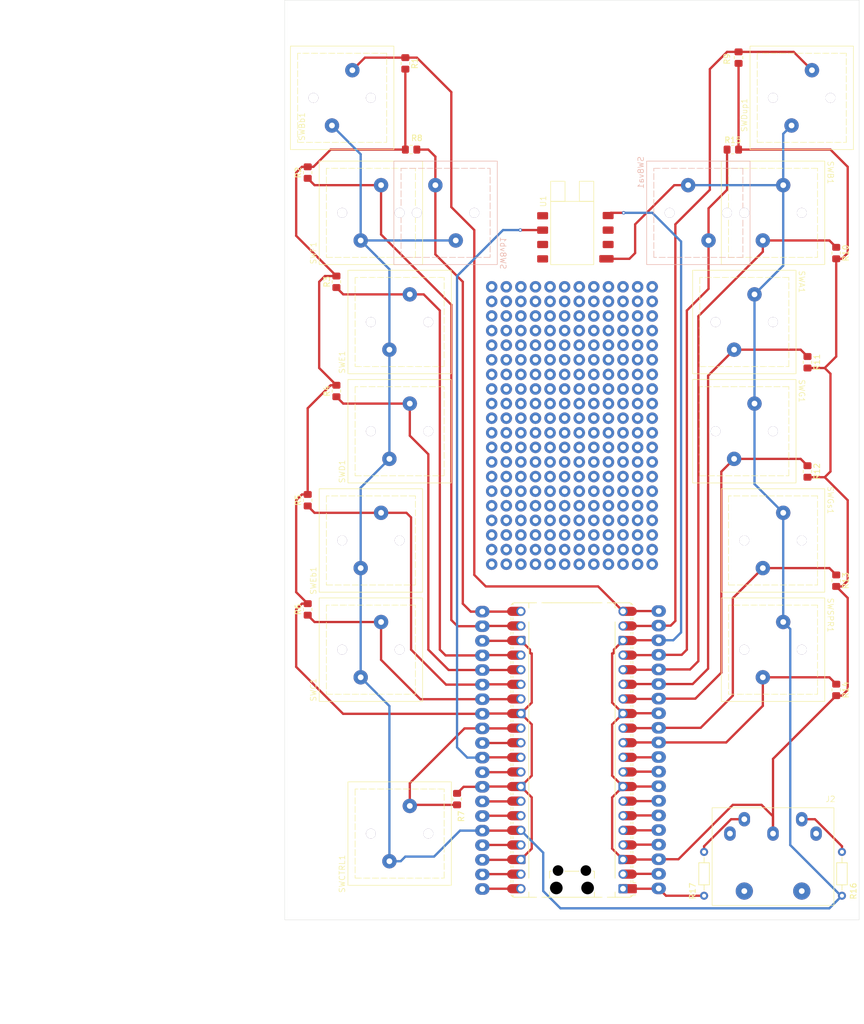
<source format=kicad_pcb>
(kicad_pcb (version 20241229) (generator "pcbnew") (generator_version "9.0")
  (layers (0 "F.Cu" signal) (2 "B.Cu" signal) (13 "F.Paste" user) (15 "B.Paste" user) (5 "F.SilkS" user "F.Silkscreen") (7 "B.SilkS" user "B.Silkscreen") (1 "F.Mask" user) (3 "B.Mask" user) (25 "Edge.Cuts" user))
  (net 0 "")
  (net 1 "Net-(A1-GPIO28_ADC2)")
  (net 2 "/E")
  (net 3 "/B")
  (net 4 "GND")
  (net 5 "Net-(A1-GPIO2)")
  (net 6 "/Gs")
  (net 7 "/8va")
  (net 8 "/Dup")
  (net 9 "Net-(A1-ADC_VREF)")
  (net 10 "/Ctrl")
  (net 11 "Net-(A1-GPIO3)")
  (net 12 "Net-(A1-RUN)")
  (net 13 "Net-(A1-GPIO1)")
  (net 14 "Net-(A1-GPIO6)")
  (net 15 "Net-(A1-GPIO7)")
  (net 16 "Net-(A1-GPIO27_ADC1)")
  (net 17 "/Bb")
  (net 18 "Net-(A1-GPIO4)")
  (net 19 "Net-(A1-VSYS)")
  (net 20 "Net-(A1-3V3_EN)")
  (net 21 "/A")
  (net 22 "Net-(A1-GPIO0)")
  (net 23 "Net-(A1-GPIO26_ADC0)")
  (net 24 "/D")
  (net 25 "/Spr")
  (net 26 "/Eb")
  (net 27 "+5V")
  (net 28 "/F")
  (net 29 "Net-(A1-GPIO5)")
  (net 30 "/8vb")
  (net 31 "/G")
  (net 32 "+3V3")
  (net 33 "/C")
  (net 34 "Net-(J2-Vref)")
  (net 35 "Net-(J2-Data)")
  (footprint "Resistor_SMD:R_0805_2012Metric_Pad1.20x1.40mm_HandSolder" (layer "F.Cu") (at 129 60 -90)
    (property "Reference" "R9")
    (property "Value" "10K")
  )
  (footprint "Resistor_SMD:R_0805_2012Metric_Pad1.20x1.40mm_HandSolder" (layer "F.Cu") (at 59 99 90)
    (property "Reference" "R3")
    (property "Value" "10K")
  )
  (footprint "Resistor_THT:R_Axial_DIN0204_L3.6mm_D1.6mm_P7.62mm_Horizontal" (layer "F.Cu") (at 123 198.19 -90)
    (property "Reference" "R17")
    (property "Value" "10R 0.25W" (hide yes))
  )
  (footprint "MyLibrary:Omron B3K L13L" (layer "F.Cu") (at 70 106 90)
    (property "Reference" "SWE1")
    (property "Value" "Omron_B3K_L13L" (hide yes))
  )
  (footprint "Resistor_SMD:R_0805_2012Metric_Pad1.20x1.40mm_HandSolder" (layer "F.Cu") (at 54 156 90)
    (property "Reference" "R6")
    (property "Value" "10K")
  )
  (footprint "Resistor_SMD:R_0805_2012Metric_Pad1.20x1.40mm_HandSolder" (layer "F.Cu") (at 54 80 90)
    (property "Reference" "R2")
    (property "Value" "10K")
  )
  (footprint "Resistor_SMD:R_0805_2012Metric_Pad1.20x1.40mm_HandSolder" (layer "F.Cu") (at 80 189 90)
    (property "Reference" "R7")
    (property "Value" "10K" (hide yes))
  )
  (footprint "Resistor_SMD:R_0805_2012Metric_Pad1.20x1.40mm_HandSolder" (layer "F.Cu") (at 54 137 90)
    (property "Reference" "R5")
    (property "Value" "10K")
  )
  (footprint "MyLibrary:BPS110 AD0P15" (layer "F.Cu") (at 106.296895 90.012218 90)
    (property "Reference" "U1")
    (property "Value" "~")
  )
  (footprint "Module:RaspberryPi_Pico_Common_Unspecified" (layer "F.Cu") (at 100 180.4625 180)
    (property "Reference" "A1" (hide yes))
    (property "Value" "RaspberryPi_Pico" (hide yes))
  )
  (footprint "Resistor_SMD:R_0805_2012Metric_Pad1.20x1.40mm_HandSolder" (layer "F.Cu") (at 146 151 -90)
    (property "Reference" "R13")
    (property "Value" "10K")
  )
  (footprint "Resistor_SMD:R_0805_2012Metric_Pad1.20x1.40mm_HandSolder" (layer "F.Cu") (at 141 132 -90)
    (property "Reference" "R12")
    (property "Value" "10K")
  )
  (footprint "MyLibrary:Omron B3K L13L" (layer "F.Cu") (at 140 67 90)
    (property "Reference" "SWDup1")
    (property "Value" "Omron_B3K_L13L")
  )
  (footprint "MyLibrary:Perfboard 12x20" (layer "F.Cu") (at 86.03 99.87)
    (property "Reference" "U2" (hide yes))
    (property "Value" "~" (hide yes))
  )
  (footprint "MyLibrary:Omron B3K L13L" (layer "F.Cu") (at 130 106 -90)
    (property "Reference" "SWA1")
    (property "Value" "Omron_B3K_L13L")
  )
  (footprint "Resistor_SMD:R_0805_2012Metric_Pad1.20x1.40mm_HandSolder" (layer "F.Cu") (at 59 118 90)
    (property "Reference" "R4")
    (property "Value" "10K")
  )
  (footprint "MyLibrary:Omron B3K L13L" (layer "F.Cu") (at 135 144 -90)
    (property "Reference" "SWGs1")
    (property "Value" "Omron_B3K_L13L")
  )
  (footprint "Resistor_SMD:R_0805_2012Metric_Pad1.20x1.40mm_HandSolder" (layer "F.Cu") (at 146 94 -90)
    (property "Reference" "R10")
    (property "Value" "10K")
  )
  (footprint "Resistor_SMD:R_0805_2012Metric_Pad1.20x1.40mm_HandSolder" (layer "F.Cu") (at 146 170 -90)
    (property "Reference" "R14")
    (property "Value" "10K")
  )
  (footprint "Resistor_SMD:R_0805_2012Metric_Pad1.20x1.40mm_HandSolder" (layer "F.Cu") (at 141 113 -90)
    (property "Reference" "R11")
    (property "Value" "10K")
  )
  (footprint "Resistor_SMD:R_0805_2012Metric_Pad1.20x1.40mm_HandSolder" (layer "F.Cu") (at 72 76 180)
    (property "Reference" "R8")
    (property "Value" "10K")
  )
  (footprint "MyLibrary:Omron B3K L13L" (layer "F.Cu") (at 70 195 90)
    (property "Reference" "SWCTRL1")
    (property "Value" "Omron_B3K_L13L" (hide yes))
  )
  (footprint "MyLibrary:Omron B3K L13L" (layer "F.Cu") (at 65 87 90)
    (property "Reference" "SWF1")
    (property "Value" "Omron_B3K_L13L" (hide yes))
  )
  (footprint "MyLibrary:Omron B3K L13L" (layer "F.Cu") (at 135 163 -90)
    (property "Reference" "SWSPR1")
    (property "Value" "Omron_B3K_L13L")
  )
  (footprint "MyLibrary:Omron B3K L13L" (layer "F.Cu") (at 65 163 90)
    (property "Reference" "SWC1")
    (property "Value" "Omron_B3K_L13L" (hide yes))
  )
  (footprint "MyLibrary:PiPico Header" (layer "F.Cu") (at 84.4 156.3825)
    (property "Reference" "J3" (hide yes))
    (property "Value" "~" (hide yes))
  )
  (footprint "MyLibrary:Omron B3K L13L" (layer "F.Cu") (at 135 87 -90)
    (property "Reference" "SWB1")
    (property "Value" "Omron_B3K_L13L")
  )
  (footprint "Resistor_THT:R_Axial_DIN0204_L3.6mm_D1.6mm_P7.62mm_Horizontal" (layer "F.Cu") (at 147 205.81 90)
    (property "Reference" "R16")
    (property "Value" "33R 0.5W" (hide yes))
  )
  (footprint "MyLibrary:MIDI_DIN5" (layer "F.Cu") (at 135 207.5)
    (property "Reference" "J2")
    (property "Value" "~")
  )
  (footprint "Resistor_SMD:R_0805_2012Metric_Pad1.20x1.40mm_HandSolder" (layer "F.Cu") (at 128 76)
    (property "Reference" "R15")
    (property "Value" "10K")
  )
  (footprint "MyLibrary:Omron B3K L13L" (layer "F.Cu") (at 65 144 90)
    (property "Reference" "SWEb1")
    (property "Value" "Omron_B3K_L13L" (hide yes))
  )
  (footprint "MyLibrary:Omron B3K L13L" (layer "F.Cu") (at 130 125 -90)
    (property "Reference" "SWG1")
    (property "Value" "Omron_B3K_L13L")
  )
  (footprint "MyLibrary:Omron B3K L13L" (layer "F.Cu") (at 60 67 90)
    (property "Reference" "SWBb1")
    (property "Value" "Omron_B3K_L13L" (hide yes))
  )
  (footprint "MyLibrary:PiPico Header" (layer "F.Cu") (at 115.1 204.5425 180)
    (property "Reference" "J1" (hide yes))
    (property "Value" "~" (hide yes))
  )
  (footprint "MyLibrary:Omron B3K L13L" (layer "F.Cu") (at 70 125 90)
    (property "Reference" "SWD1")
    (property "Value" "Omron_B3K_L13L" (hide yes))
  )
  (footprint "Resistor_SMD:R_0805_2012Metric_Pad1.20x1.40mm_HandSolder" (layer "F.Cu") (at 71 61 -90)
    (property "Reference" "R1")
    (property "Value" "10K")
  )
  (footprint "MyLibrary:Omron B3K L13L" (layer "B.Cu") (at 122 87 -90)
    (property "Reference" "SW8va1")
    (property "Value" "Omron_B3K_L13L")
  )
  (footprint "MyLibrary:Omron B3K L13L" (layer "B.Cu") (at 78 87 90)
    (property "Reference" "SW8vb1")
    (property "Value" "Omron_B3K_L13L" (hide yes))
  )
  (gr_rect (start 50 50) (end 150 210) (stroke (width 0.05)) (fill no) (layer "Edge.Cuts"))
  (segment (start 91.06 189.4025) (end 91.11 189.3525) (width 0.4) (layer "F.Cu") (net 1))
  (segment (start 84.4 189.4025) (end 91.06 189.4025) (width 0.4) (layer "F.Cu") (net 1))
  (segment (start 77 163) (end 77 104) (width 0.4) (layer "F.Cu") (net 2))
  (segment (start 71.775 101.19) (end 60.19 101.19) (width 0.4) (layer "F.Cu") (net 2))
  (segment (start 84.45 163.9525) (end 84.4 164.0025) (width 0.4) (layer "F.Cu") (net 2))
  (segment (start 60.19 101.19) (end 59 100) (width 0.4) (layer "F.Cu") (net 2))
  (segment (start 77 104) (end 74.19 101.19) (width 0.4) (layer "F.Cu") (net 2))
  (segment (start 84.4 164.0025) (end 78.0025 164.0025) (width 0.4) (layer "F.Cu") (net 2))
  (segment (start 91.11 163.9525) (end 84.45 163.9525) (width 0.4) (layer "F.Cu") (net 2))
  (segment (start 78.0025 164.0025) (end 77 163) (width 0.4) (layer "F.Cu") (net 2))
  (segment (start 74.19 101.19) (end 71.775 101.19) (width 0.4) (layer "F.Cu") (net 2))
  (segment (start 133.225 93.775) (end 133.225 91.81) (width 0.4) (layer "F.Cu") (net 3))
  (segment (start 133.225 91.81) (end 144.81 91.81) (width 0.4) (layer "F.Cu") (net 3))
  (segment (start 122 105) (end 133.225 93.775) (width 0.4) (layer "F.Cu") (net 3))
  (segment (start 115.05 166.4925) (end 115.1 166.4425) (width 0.4) (layer "F.Cu") (net 3))
  (segment (start 115.1 166.4425) (end 120.5575 166.4425) (width 0.4) (layer "F.Cu") (net 3))
  (segment (start 108.89 166.4925) (end 115.05 166.4925) (width 0.4) (layer "F.Cu") (net 3))
  (segment (start 120.5575 166.4425) (end 122 165) (width 0.4) (layer "F.Cu") (net 3))
  (segment (start 144.81 91.81) (end 146 93) (width 0.4) (layer "F.Cu") (net 3))
  (segment (start 122 165) (end 122 105) (width 0.4) (layer "F.Cu") (net 3))
  (segment (start 145 115) (end 144 114) (width 0.4) (layer "F.Cu") (net 4))
  (segment (start 108.94 174.0625) (end 108.89 174.1125) (width 0.4) (layer "F.Cu") (net 4))
  (segment (start 80 188) (end 81.1375 186.8625) (width 0.4) (layer "F.Cu") (net 4))
  (segment (start 141 114) (end 144 114) (width 0.4) (layer "F.Cu") (net 4))
  (segment (start 147 171) (end 148 170) (width 0.4) (layer "F.Cu") (net 4))
  (segment (start 54 121) (end 54 136) (width 0.4) (layer "F.Cu") (net 4))
  (segment (start 107 197.6225) (end 108.89 199.5125) (width 0.4) (layer "F.Cu") (net 4))
  (segment (start 53 136) (end 52 137) (width 0.4) (layer "F.Cu") (net 4))
  (segment (start 52 91) (end 52 80) (width 0.4) (layer "F.Cu") (net 4))
  (segment (start 91.11 174.1125) (end 93 172.2225) (width 0.4) (layer "F.Cu") (net 4))
  (segment (start 91.11 186.8125) (end 84.45 186.8125) (width 0.4) (layer "F.Cu") (net 4))
  (segment (start 52 80) (end 53 79) (width 0.4) (layer "F.Cu") (net 4))
  (segment (start 84.4 161.4625) (end 91.06 161.4625) (width 0.4) (layer "F.Cu") (net 4))
  (segment (start 108.89 161.4125) (end 107.301 163.0015) (width 0.4) (layer "F.Cu") (net 4))
  (segment (start 52 153) (end 54 155) (width 0.4) (layer "F.Cu") (net 4))
  (segment (start 107 172.2225) (end 108.89 174.1125) (width 0.4) (layer "F.Cu") (net 4))
  (segment (start 135 192) (end 135 195) (width 0.4) (layer "F.Cu") (net 4))
  (segment (start 148 170) (end 148 154) (width 0.4) (layer "F.Cu") (net 4))
  (segment (start 146 152) (end 147 152) (width 0.4) (layer "F.Cu") (net 4))
  (segment (start 107.301 163.545758) (end 107.183258 163.6635) (width 0.4) (layer "F.Cu") (net 4))
  (segment (start 93 163.6635) (end 92.816742 163.6635) (width 0.4) (layer "F.Cu") (net 4))
  (segment (start 59 117) (end 58 117) (width 0.4) (layer "F.Cu") (net 4))
  (segment (start 147 152) (end 148 151) (width 0.4) (layer "F.Cu") (net 4))
  (segment (start 108.89 199.5125) (end 115.05 199.5125) (width 0.4) (layer "F.Cu") (net 4))
  (segment (start 93 197.6225) (end 93 188.7025) (width 0.4) (layer "F.Cu") (net 4))
  (segment (start 146 171) (end 147 171) (width 0.4) (layer "F.Cu") (net 4))
  (segment (start 93 184.9225) (end 93 176.0025) (width 0.4) (layer "F.Cu") (net 4))
  (segment (start 52 156) (end 53 155) (width 0.4) (layer "F.Cu") (net 4))
  (segment (start 115.1 174.0625) (end 108.94 174.0625) (width 0.4) (layer "F.Cu") (net 4))
  (segment (start 91.11 174.1125) (end 84.45 174.1125) (width 0.4) (layer "F.Cu") (net 4))
  (segment (start 144 114) (end 146 112) (width 0.4) (layer "F.Cu") (net 4))
  (segment (start 107 176.0025) (end 107 184.9225) (width 0.4) (layer "F.Cu") (net 4))
  (segment (start 135 182) (end 146 171) (width 0.4) (layer "F.Cu") (net 4))
  (segment (start 58 76) (end 71 76) (width 0.4) (layer "F.Cu") (net 4))
  (segment (start 148 154) (end 146 152) (width 0.4) (layer "F.Cu") (net 4))
  (segment (start 53 79) (end 54 79) (width 0.4) (layer "F.Cu") (net 4))
  (segment (start 70.81 62.19) (end 71 62) (width 0.4) (layer "F.Cu") (net 4))
  (segment (start 148 151) (end 148 137) (width 0.4) (layer "F.Cu") (net 4))
  (segment (start 81.1375 186.8625) (end 84.4 186.8625) (width 0.4) (layer "F.Cu") (net 4))
  (segment (start 146 112) (end 146 95) (width 0.4) (layer "F.Cu") (net 4))
  (segment (start 107.183258 163.6635) (end 107.016742 163.6635) (width 0.4) (layer "F.Cu") (net 4))
  (segment (start 54 136) (end 53 136) (width 0.4) (layer "F.Cu") (net 4))
  (segment (start 92.699 163.0015) (end 91.11 161.4125) (width 0.4) (layer "F.Cu") (net 4))
  (segment (start 91.06 161.4625) (end 91.11 161.4125) (width 0.4) (layer "F.Cu") (net 4))
  (segment (start 145 76) (end 129 76) (width 0.4) (layer "F.Cu") (net 4))
  (segment (start 52 137) (end 52 153) (width 0.4) (layer "F.Cu") (net 4))
  (segment (start 91.11 186.8125) (end 93 184.9225) (width 0.4) (layer "F.Cu") (net 4))
  (segment (start 106.769113 87) (end 106.296895 87.472218) (width 0.4) (layer "F.Cu") (net 4))
  (segment (start 115.1 199.4625) (end 118.5375 199.4625) (width 0.4) (layer "F.Cu") (net 4))
  (segment (start 108.94 161.3625) (end 108.89 161.4125) (width 0.4) (layer "F.Cu") (net 4))
  (segment (start 108.89 186.8125) (end 115.05 186.8125) (width 0.4) (layer "F.Cu") (net 4))
  (segment (start 60.1625 174.1625) (end 52 166) (width 0.4) (layer "F.Cu") (net 4))
  (segment (start 146 95) (end 147 95) (width 0.4) (layer "F.Cu") (net 4))
  (segment (start 115.05 199.5125) (end 115.1 199.4625) (width 0.4) (layer "F.Cu") (net 4))
  (segment (start 84.45 186.8125) (end 84.4 186.8625) (width 0.4) (layer "F.Cu") (net 4))
  (segment (start 52 166) (end 52 156) (width 0.4) (layer "F.Cu") (net 4))
  (segment (start 144 133) (end 141 133) (width 0.4) (layer "F.Cu") (net 4))
  (segment (start 108.89 186.8125) (end 107 188.7025) (width 0.4) (layer "F.Cu") (net 4))
  (segment (start 54 79) (end 55 79) (width 0.4) (layer "F.Cu") (net 4))
  (segment (start 59 98) (end 57 98) (width 0.4) (layer "F.Cu") (net 4))
  (segment (start 84.4 174.1625) (end 60.1625 174.1625) (width 0.4) (layer "F.Cu") (net 4))
  (segment (start 129 76) (end 129 61) (width 0.4) (layer "F.Cu") (net 4))
  (segment (start 144 133) (end 145 132) (width 0.4) (layer "F.Cu") (net 4))
  (segment (start 128 190) (end 133 190) (width 0.4) (layer "F.Cu") (net 4))
  (segment (start 147 95) (end 148 94) (width 0.4) (layer "F.Cu") (net 4))
  (segment (start 107 184.9225) (end 108.89 186.8125) (width 0.4) (layer "F.Cu") (net 4))
  (segment (start 53 155) (end 54 155) (width 0.4) (layer "F.Cu") (net 4))
  (segment (start 108.89 174.1125) (end 107 176.0025) (width 0.4) (layer "F.Cu") (net 4))
  (segment (start 148 94) (end 148 79) (width 0.4) (layer "F.Cu") (net 4))
  (segment (start 91.06 199.5625) (end 91.11 199.5125) (width 0.4) (layer "F.Cu") (net 4))
  (segment (start 148 137) (end 144 133) (width 0.4) (layer "F.Cu") (net 4))
  (segment (start 109 87) (end 106.769113 87) (width 0.4) (layer "F.Cu") (net 4))
  (segment (start 93 188.7025) (end 91.11 186.8125) (width 0.4) (layer "F.Cu") (net 4))
  (segment (start 84.4 199.5625) (end 91.06 199.5625) (width 0.4) (layer "F.Cu") (net 4))
  (segment (start 135 195) (end 135 182) (width 0.4) (layer "F.Cu") (net 4))
  (segment (start 115.1 161.3625) (end 108.94 161.3625) (width 0.4) (layer "F.Cu") (net 4))
  (segment (start 92.699 163.545758) (end 92.699 163.0015) (width 0.4) (layer "F.Cu") (net 4))
  (segment (start 148 79) (end 145 76) (width 0.4) (layer "F.Cu") (net 4))
  (segment (start 92.816742 163.6635) (end 92.699 163.545758) (width 0.4) (layer "F.Cu") (net 4))
  (segment (start 115.05 186.8125) (end 115.1 186.7625) (width 0.4) (layer "F.Cu") (net 4))
  (segment (start 107.301 163.0015) (end 107.301 163.379243) (width 0.4) (layer "F.Cu") (net 4))
  (segment (start 84.45 174.1125) (end 84.4 174.1625) (width 0.4) (layer "F.Cu") (net 4))
  (segment (start 56 99) (end 56 114) (width 0.4) (layer "F.Cu") (net 4))
  (segment (start 59 98) (end 52 91) (width 0.4) (layer "F.Cu") (net 4))
  (segment (start 107.016742 163.6635) (end 107 163.6635) (width 0.4) (layer "F.Cu") (net 4))
  (segment (start 71 62) (end 71 76) (width 0.4) (layer "F.Cu") (net 4))
  (segment (start 107 163.6635) (end 107 172.2225) (width 0.4) (layer "F.Cu") (net 4))
  (segment (start 133 190) (end 135 192) (width 0.4) (layer "F.Cu") (net 4))
  (segment (start 55 79) (end 58 76) (width 0.4) (layer "F.Cu") (net 4))
  (segment (start 107.301 163.379243) (end 107.301 163.545758) (width 0.4) (layer "F.Cu") (net 4))
  (segment (start 118.5375 199.4625) (end 128 190) (width 0.4) (layer "F.Cu") (net 4))
  (segment (start 145 132) (end 145 115) (width 0.4) (layer "F.Cu") (net 4))
  (segment (start 107 188.7025) (end 107 197.6225) (width 0.4) (layer "F.Cu") (net 4))
  (segment (start 93 172.2225) (end 93 163.6635) (width 0.4) (layer "F.Cu") (net 4))
  (segment (start 58 117) (end 54 121) (width 0.4) (layer "F.Cu") (net 4))
  (segment (start 56 114) (end 59 117) (width 0.4) (layer "F.Cu") (net 4))
  (segment (start 91.11 199.5125) (end 93 197.6225) (width 0.4) (layer "F.Cu") (net 4))
  (segment (start 93 176.0025) (end 91.11 174.1125) (width 0.4) (layer "F.Cu") (net 4))
  (segment (start 57 98) (end 56 99) (width 0.4) (layer "F.Cu") (net 4))
  (via (at 109 87) (size 0.6) (drill 0.3) (layers "F.Cu" "B.Cu") (net 4))
  (segment (start 115.1 161.3625) (end 117.6375 161.3625) (width 0.4) (layer "B.Cu") (net 4))
  (segment (start 119 92) (end 114 87) (width 0.4) (layer "B.Cu") (net 4))
  (segment (start 119 160) (end 119 92) (width 0.4) (layer "B.Cu") (net 4))
  (segment (start 114 87) (end 109 87) (width 0.4) (layer "B.Cu") (net 4))
  (segment (start 117.6375 161.3625) (end 119 160) (width 0.4) (layer "B.Cu") (net 4))
  (segment (start 115.1 196.9225) (end 108.94 196.9225) (width 0.4) (layer "F.Cu") (net 5))
  (segment (start 108.94 196.9225) (end 108.89 196.9725) (width 0.4) (layer "F.Cu") (net 5))
  (segment (start 128 154.035) (end 133.225 148.81) (width 0.4) (layer "F.Cu") (net 6))
  (segment (start 115.1 176.6025) (end 122.3975 176.6025) (width 0.4) (layer "F.Cu") (net 6))
  (segment (start 133.225 148.81) (end 144.81 148.81) (width 0.4) (layer "F.Cu") (net 6))
  (segment (start 115.05 176.6525) (end 115.1 176.6025) (width 0.4) (layer "F.Cu") (net 6))
  (segment (start 122.3975 176.6025) (end 128 171) (width 0.4) (layer "F.Cu") (net 6))
  (segment (start 108.89 176.6525) (end 115.05 176.6525) (width 0.4) (layer "F.Cu") (net 6))
  (segment (start 144.81 148.81) (end 146 150) (width 0.4) (layer "F.Cu") (net 6))
  (segment (start 128 171) (end 128 154.035) (width 0.4) (layer "F.Cu") (net 6))
  (segment (start 120 104) (end 120 163) (width 0.4) (layer "F.Cu") (net 7))
  (segment (start 123.775 91.81) (end 123.775 86.225) (width 0.4) (layer "F.Cu") (net 7))
  (segment (start 120 163) (end 119.0975 163.9025) (width 0.4) (layer "F.Cu") (net 7))
  (segment (start 108.89 163.9525) (end 115.05 163.9525) (width 0.4) (layer "F.Cu") (net 7))
  (segment (start 123.775 91.81) (end 123.775 100.225) (width 0.4) (layer "F.Cu") (net 7))
  (segment (start 123.775 100.225) (end 120 104) (width 0.4) (layer "F.Cu") (net 7))
  (segment (start 123.775 86.225) (end 127 83) (width 0.4) (layer "F.Cu") (net 7))
  (segment (start 127 83) (end 127 76) (width 0.4) (layer "F.Cu") (net 7))
  (segment (start 115.05 163.9525) (end 115.1 163.9025) (width 0.4) (layer "F.Cu") (net 7))
  (segment (start 119.0975 163.9025) (end 115.1 163.9025) (width 0.4) (layer "F.Cu") (net 7))
  (segment (start 117.1775 158.8225) (end 118 158) (width 0.4) (layer "F.Cu") (net 8))
  (segment (start 138.585 59) (end 129 59) (width 0.4) (layer "F.Cu") (net 8))
  (segment (start 115.1 158.8225) (end 117.1775 158.8225) (width 0.4) (layer "F.Cu") (net 8))
  (segment (start 141.775 62.19) (end 138.585 59) (width 0.4) (layer "F.Cu") (net 8))
  (segment (start 124 83) (end 124 62) (width 0.4) (layer "F.Cu") (net 8))
  (segment (start 118 158) (end 118 89) (width 0.4) (layer "F.Cu") (net 8))
  (segment (start 108.89 158.8725) (end 115.05 158.8725) (width 0.4) (layer "F.Cu") (net 8))
  (segment (start 127 59) (end 129 59) (width 0.4) (layer "F.Cu") (net 8))
  (segment (start 124 62) (end 127 59) (width 0.4) (layer "F.Cu") (net 8))
  (segment (start 118 89) (end 124 83) (width 0.4) (layer "F.Cu") (net 8))
  (segment (start 115.05 158.8725) (end 115.1 158.8225) (width 0.4) (layer "F.Cu") (net 8))
  (segment (start 84.45 191.8925) (end 84.4 191.9425) (width 0.4) (layer "F.Cu") (net 9))
  (segment (start 91.11 191.8925) (end 84.45 191.8925) (width 0.4) (layer "F.Cu") (net 9))
  (segment (start 72 190) (end 80 190) (width 0.4) (layer "F.Cu") (net 10))
  (segment (start 71.775 190.19) (end 71.775 186.225) (width 0.4) (layer "F.Cu") (net 10))
  (segment (start 71.775 190.19) (end 71.81 190.19) (width 0.4) (layer "F.Cu") (net 10))
  (segment (start 71.775 186.225) (end 81.2975 176.7025) (width 0.4) (layer "F.Cu") (net 10))
  (segment (start 84.4 176.7025) (end 91.06 176.7025) (width 0.4) (layer "F.Cu") (net 10))
  (segment (start 91.06 176.7025) (end 91.11 176.6525) (width 0.4) (layer "F.Cu") (net 10))
  (segment (start 81.2975 176.7025) (end 84.4 176.7025) (width 0.4) (layer "F.Cu") (net 10))
  (segment (start 71.81 190.19) (end 72 190) (width 0.4) (layer "F.Cu") (net 10))
  (segment (start 108.89 194.4325) (end 115.05 194.4325) (width 0.4) (layer "F.Cu") (net 11))
  (segment (start 115.05 194.4325) (end 115.1 194.3825) (width 0.4) (layer "F.Cu") (net 11))
  (segment (start 91.06 179.2425) (end 91.11 179.1925) (width 0.4) (layer "F.Cu") (net 12))
  (segment (start 84.4 179.2425) (end 91.06 179.2425) (width 0.4) (layer "F.Cu") (net 12))
  (segment (start 108.94 202.0025) (end 108.89 202.0525) (width 0.4) (layer "F.Cu") (net 13))
  (segment (start 115.1 202.0025) (end 108.94 202.0025) (width 0.4) (layer "F.Cu") (net 13))
  (segment (start 115.1 184.2225) (end 108.94 184.2225) (width 0.4) (layer "F.Cu") (net 14))
  (segment (start 108.94 184.2225) (end 108.89 184.2725) (width 0.4) (layer "F.Cu") (net 14))
  (segment (start 115.05 181.7325) (end 115.1 181.6825) (width 0.4) (layer "F.Cu") (net 15))
  (segment (start 108.89 181.7325) (end 115.05 181.7325) (width 0.4) (layer "F.Cu") (net 15))
  (segment (start 91.06 184.3225) (end 91.11 184.2725) (width 0.4) (layer "F.Cu") (net 16))
  (segment (start 84.4 184.3225) (end 91.06 184.3225) (width 0.4) (layer "F.Cu") (net 16))
  (segment (start 83 90) (end 79 86) (width 0.4) (layer "F.Cu") (net 17))
  (segment (start 73 60) (end 71 60) (width 0.4) (layer "F.Cu") (net 17))
  (segment (start 63.965 60) (end 71 60) (width 0.4) (layer "F.Cu") (net 17))
  (segment (start 85 152) (end 83 150) (width 0.4) (layer "F.Cu") (net 17))
  (segment (start 104.5575 152) (end 85 152) (width 0.4) (layer "F.Cu") (net 17))
  (segment (start 61.775 62.19) (end 63.965 60) (width 0.4) (layer "F.Cu") (net 17))
  (segment (start 83 150) (end 83 90) (width 0.4) (layer "F.Cu") (net 17))
  (segment (start 108.94 156.2825) (end 108.89 156.3325) (width 0.4) (layer "F.Cu") (net 17))
  (segment (start 79 66) (end 73 60) (width 0.4) (layer "F.Cu") (net 17))
  (segment (start 115.1 156.2825) (end 108.94 156.2825) (width 0.4) (layer "F.Cu") (net 17))
  (segment (start 108.89 156.3325) (end 104.5575 152) (width 0.4) (layer "F.Cu") (net 17))
  (segment (start 79 86) (end 79 66) (width 0.4) (layer "F.Cu") (net 17))
  (segment (start 115.1 191.8425) (end 108.94 191.8425) (width 0.4) (layer "F.Cu") (net 18))
  (segment (start 108.94 191.8425) (end 108.89 191.8925) (width 0.4) (layer "F.Cu") (net 18))
  (segment (start 84.45 202.0525) (end 84.4 202.1025) (width 0.4) (layer "F.Cu") (net 19))
  (segment (start 91.11 202.0525) (end 84.45 202.0525) (width 0.4) (layer "F.Cu") (net 19))
  (segment (start 91.11 196.9725) (end 84.45 196.9725) (width 0.4) (layer "F.Cu") (net 20))
  (segment (start 84.45 196.9725) (end 84.4 197.0225) (width 0.4) (layer "F.Cu") (net 20))
  (segment (start 121.0175 168.9825) (end 123.699 166.301) (width 0.4) (layer "F.Cu") (net 21))
  (segment (start 128.225 110.81) (end 139.81 110.81) (width 0.4) (layer "F.Cu") (net 21))
  (segment (start 108.94 168.9825) (end 108.89 169.0325) (width 0.4) (layer "F.Cu") (net 21))
  (segment (start 115.1 168.9825) (end 121.0175 168.9825) (width 0.4) (layer "F.Cu") (net 21))
  (segment (start 123.699 166.301) (end 123.699 115.336) (width 0.4) (layer "F.Cu") (net 21))
  (segment (start 123.699 115.336) (end 128.225 110.81) (width 0.4) (layer "F.Cu") (net 21))
  (segment (start 115.1 168.9825) (end 108.94 168.9825) (width 0.4) (layer "F.Cu") (net 21))
  (segment (start 139.81 110.81) (end 141 112) (width 0.4) (layer "F.Cu") (net 21))
  (segment (start 115.1 204.5425) (end 116.3675 205.81) (width 0.4) (layer "F.Cu") (net 22))
  (segment (start 108.89 204.5925) (end 115.05 204.5925) (width 0.4) (layer "F.Cu") (net 22))
  (segment (start 116.3675 205.81) (end 123 205.81) (width 0.4) (layer "F.Cu") (net 22))
  (segment (start 115.05 204.5925) (end 115.1 204.5425) (width 0.4) (layer "F.Cu") (net 22))
  (segment (start 84.45 181.7325) (end 84.4 181.7825) (width 0.4) (layer "F.Cu") (net 23))
  (segment (start 94.884677 90) (end 94.896895 90.012218) (width 0.4) (layer "F.Cu") (net 23))
  (segment (start 91.11 181.7325) (end 84.45 181.7325) (width 0.4) (layer "F.Cu") (net 23))
  (segment (start 91 90) (end 94.884677 90) (width 0.4) (layer "F.Cu") (net 23))
  (via (at 91 90) (size 0.6) (drill 0.3) (layers "F.Cu" "B.Cu") (net 23))
  (segment (start 81 97) (end 88 90) (width 0.4) (layer "B.Cu") (net 23))
  (segment (start 80 180) (end 80 98) (width 0.4) (layer "B.Cu") (net 23))
  (segment (start 88 90) (end 91 90) (width 0.4) (layer "B.Cu") (net 23))
  (segment (start 80 98) (end 81 97) (width 0.4) (layer "B.Cu") (net 23))
  (segment (start 84.4 181.7825) (end 81.7825 181.7825) (width 0.4) (layer "B.Cu") (net 23))
  (segment (start 81.7825 181.7825) (end 80 180) (width 0.4) (layer "B.Cu") (net 23))
  (segment (start 71.775 120.19) (end 60.19 120.19) (width 0.4) (layer "F.Cu") (net 24))
  (segment (start 91.06 166.5425) (end 91.11 166.4925) (width 0.4) (layer "F.Cu") (net 24))
  (segment (start 60.19 120.19) (end 59 119) (width 0.4) (layer "F.Cu") (net 24))
  (segment (start 75 129) (end 71.775 125.775) (width 0.4) (layer "F.Cu") (net 24))
  (segment (start 78.5425 166.5425) (end 75 163) (width 0.4) (layer "F.Cu") (net 24))
  (segment (start 84.4 166.5425) (end 91.06 166.5425) (width 0.4) (layer "F.Cu") (net 24))
  (segment (start 75 163) (end 75 129) (width 0.4) (layer "F.Cu") (net 24))
  (segment (start 84.4 166.5425) (end 78.5425 166.5425) (width 0.4) (layer "F.Cu") (net 24))
  (segment (start 71.775 125.775) (end 71.775 120.19) (width 0.4) (layer "F.Cu") (net 24))
  (segment (start 144.81 167.81) (end 146 169) (width 0.4) (layer "F.Cu") (net 25))
  (segment (start 126.8575 179.1425) (end 133.225 172.775) (width 0.4) (layer "F.Cu") (net 25))
  (segment (start 108.94 179.1425) (end 108.89 179.1925) (width 0.4) (layer "F.Cu") (net 25))
  (segment (start 133.225 167.81) (end 144.81 167.81) (width 0.4) (layer "F.Cu") (net 25))
  (segment (start 133.225 172.775) (end 133.225 167.81) (width 0.4) (layer "F.Cu") (net 25))
  (segment (start 115.1 179.1425) (end 126.8575 179.1425) (width 0.4) (layer "F.Cu") (net 25))
  (segment (start 115.1 179.1425) (end 108.94 179.1425) (width 0.4) (layer "F.Cu") (net 25))
  (segment (start 78.0825 169.0825) (end 72 163) (width 0.4) (layer "F.Cu") (net 26))
  (segment (start 91.11 169.0325) (end 84.45 169.0325) (width 0.4) (layer "F.Cu") (net 26))
  (segment (start 66.775 139.19) (end 55.19 139.19) (width 0.4) (layer "F.Cu") (net 26))
  (segment (start 72 140) (end 71.19 139.19) (width 0.4) (layer "F.Cu") (net 26))
  (segment (start 84.4 169.0825) (end 78.0825 169.0825) (width 0.4) (layer "F.Cu") (net 26))
  (segment (start 55.19 139.19) (end 54 138) (width 0.4) (layer "F.Cu") (net 26))
  (segment (start 71.19 139.19) (end 66.775 139.19) (width 0.4) (layer "F.Cu") (net 26))
  (segment (start 72 163) (end 72 140) (width 0.4) (layer "F.Cu") (net 26))
  (segment (start 84.45 169.0325) (end 84.4 169.0825) (width 0.4) (layer "F.Cu") (net 26))
  (segment (start 91.11 204.5925) (end 84.45 204.5925) (width 0.4) (layer "F.Cu") (net 27))
  (segment (start 84.45 204.5925) (end 84.4 204.6425) (width 0.4) (layer "F.Cu") (net 27))
  (segment (start 84.45 158.8725) (end 84.4 158.9225) (width 0.4) (layer "F.Cu") (net 28))
  (segment (start 79 157.845) (end 80.0775 158.9225) (width 0.4) (layer "F.Cu") (net 28))
  (segment (start 91.11 158.8725) (end 84.45 158.8725) (width 0.4) (layer "F.Cu") (net 28))
  (segment (start 66.775 82.19) (end 55.19 82.19) (width 0.4) (layer "F.Cu") (net 28))
  (segment (start 66.775 90.775) (end 79 103) (width 0.4) (layer "F.Cu") (net 28))
  (segment (start 80.0775 158.9225) (end 84.4 158.9225) (width 0.4) (layer "F.Cu") (net 28))
  (segment (start 55.19 82.19) (end 54 81) (width 0.4) (layer "F.Cu") (net 28))
  (segment (start 66.775 82.19) (end 66.775 90.775) (width 0.4) (layer "F.Cu") (net 28))
  (segment (start 79 103) (end 79 157.845) (width 0.4) (layer "F.Cu") (net 28))
  (segment (start 115.05 189.3525) (end 115.1 189.3025) (width 0.4) (layer "F.Cu") (net 29))
  (segment (start 108.89 189.3525) (end 115.05 189.3525) (width 0.4) (layer "F.Cu") (net 29))
  (segment (start 84.4 156.3825) (end 82.3825 156.3825) (width 0.4) (layer "F.Cu") (net 30))
  (segment (start 76.225 82.19) (end 76.225 77.225) (width 0.4) (layer "F.Cu") (net 30))
  (segment (start 81 99) (end 76.225 94.225) (width 0.4) (layer "F.Cu") (net 30))
  (segment (start 76.225 77.225) (end 75 76) (width 0.4) (layer "F.Cu") (net 30))
  (segment (start 76.225 94.225) (end 76.225 82.19) (width 0.4) (layer "F.Cu") (net 30))
  (segment (start 91.06 156.3825) (end 91.11 156.3325) (width 0.4) (layer "F.Cu") (net 30))
  (segment (start 84.4 156.3825) (end 91.06 156.3825) (width 0.4) (layer "F.Cu") (net 30))
  (segment (start 82.3825 156.3825) (end 81 155) (width 0.4) (layer "F.Cu") (net 30))
  (segment (start 81 155) (end 81 99) (width 0.4) (layer "F.Cu") (net 30))
  (segment (start 75 76) (end 73 76) (width 0.4) (layer "F.Cu") (net 30))
  (segment (start 115.05 171.5725) (end 115.1 171.5225) (width 0.4) (layer "F.Cu") (net 31))
  (segment (start 139.81 129.81) (end 141 131) (width 0.4) (layer "F.Cu") (net 31))
  (segment (start 126 167) (end 126 132.035) (width 0.4) (layer "F.Cu") (net 31))
  (segment (start 108.89 171.5725) (end 115.05 171.5725) (width 0.4) (layer "F.Cu") (net 31))
  (segment (start 128.225 129.81) (end 139.81 129.81) (width 0.4) (layer "F.Cu") (net 31))
  (segment (start 126 132.035) (end 128.225 129.81) (width 0.4) (layer "F.Cu") (net 31))
  (segment (start 121.4775 171.5225) (end 126 167) (width 0.4) (layer "F.Cu") (net 31))
  (segment (start 115.1 171.5225) (end 121.4775 171.5225) (width 0.4) (layer "F.Cu") (net 31))
  (segment (start 110 95) (end 111 94) (width 0.4) (layer "F.Cu") (net 32))
  (segment (start 117.81 82.19) (end 120.225 82.19) (width 0.4) (layer "F.Cu") (net 32))
  (segment (start 111 94) (end 111 89) (width 0.4) (layer "F.Cu") (net 32))
  (segment (start 111 89) (end 117.81 82.19) (width 0.4) (layer "F.Cu") (net 32))
  (segment (start 106 95) (end 110 95) (width 0.4) (layer "F.Cu") (net 32))
  (segment (start 91.06 194.4825) (end 91.11 194.4325) (width 0.4) (layer "F.Cu") (net 32))
  (segment (start 84.4 194.4825) (end 91.06 194.4825) (width 0.4) (layer "F.Cu") (net 32))
  (segment (start 58.225 71.81) (end 63.225 76.81) (width 0.4) (layer "B.Cu") (net 32))
  (segment (start 131.775 101.19) (end 136.775 96.19) (width 0.4) (layer "B.Cu") (net 32))
  (segment (start 76 199) (end 71 199) (width 0.4) (layer "B.Cu") (net 32))
  (segment (start 63.225 134.81) (end 63.225 148.81) (width 0.4) (layer "B.Cu") (net 32))
  (segment (start 80.5175 194.4825) (end 76 199) (width 0.4) (layer "B.Cu") (net 32))
  (segment (start 63.225 91.81) (end 68.225 96.81) (width 0.4) (layer "B.Cu") (net 32))
  (segment (start 136.775 96.19) (end 136.775 82.19) (width 0.4) (layer "B.Cu") (net 32))
  (segment (start 68.225 110.81) (end 68.225 129.81) (width 0.4) (layer "B.Cu") (net 32))
  (segment (start 63.225 91.81) (end 79.775 91.81) (width 0.4) (layer "B.Cu") (net 32))
  (segment (start 136.775 82.19) (end 136.775 73.26) (width 0.4) (layer "B.Cu") (net 32))
  (segment (start 68.225 129.81) (end 63.225 134.81) (width 0.4) (layer "B.Cu") (net 32))
  (segment (start 68.225 172.81) (end 68.225 199.81) (width 0.4) (layer "B.Cu") (net 32))
  (segment (start 147 205.81) (end 146.81 205.81) (width 0.4) (layer "B.Cu") (net 32))
  (segment (start 136.775 73.26) (end 138.225 71.81) (width 0.4) (layer "B.Cu") (net 32))
  (segment (start 68.225 96.81) (end 68.225 110.81) (width 0.4) (layer "B.Cu") (net 32))
  (segment (start 70.19 199.81) (end 68.225 199.81) (width 0.4) (layer "B.Cu") (net 32))
  (segment (start 146.81 205.81) (end 138 197) (width 0.4) (layer "B.Cu") (net 32))
  (segment (start 71 199) (end 70.19 199.81) (width 0.4) (layer "B.Cu") (net 32))
  (segment (start 136.775 139.19) (end 131.775 134.19) (width 0.4) (layer "B.Cu") (net 32))
  (segment (start 131.775 134.19) (end 131.775 120.19) (width 0.4) (layer "B.Cu") (net 32))
  (segment (start 98 208) (end 144.81 208) (width 0.4) (layer "B.Cu") (net 32))
  (segment (start 63.225 148.81) (end 63.225 167.81) (width 0.4) (layer "B.Cu") (net 32))
  (segment (start 63.225 167.81) (end 68.225 172.81) (width 0.4) (layer "B.Cu") (net 32))
  (segment (start 144.81 208) (end 147 205.81) (width 0.4) (layer "B.Cu") (net 32))
  (segment (start 138 197) (end 138 159.415) (width 0.4) (layer "B.Cu") (net 32))
  (segment (start 84.4 194.4825) (end 80.5175 194.4825) (width 0.4) (layer "B.Cu") (net 32))
  (segment (start 136.775 82.19) (end 120.225 82.19) (width 0.4) (layer "B.Cu") (net 32))
  (segment (start 138 159.415) (end 136.775 158.19) (width 0.4) (layer "B.Cu") (net 32))
  (segment (start 131.775 120.19) (end 131.775 101.19) (width 0.4) (layer "B.Cu") (net 32))
  (segment (start 95 205) (end 98 208) (width 0.4) (layer "B.Cu") (net 32))
  (segment (start 63.225 76.81) (end 63.225 91.81) (width 0.4) (layer "B.Cu") (net 32))
  (segment (start 95 198.3225) (end 95 205) (width 0.4) (layer "B.Cu") (net 32))
  (segment (start 136.775 158.19) (end 136.775 139.19) (width 0.4) (layer "B.Cu") (net 32))
  (segment (start 91.11 194.4325) (end 95 198.3225) (width 0.4) (layer "B.Cu") (net 32))
  (segment (start 84.4 171.6225) (end 91.06 171.6225) (width 0.4) (layer "F.Cu") (net 33))
  (segment (start 91.06 171.6225) (end 91.11 171.5725) (width 0.4) (layer "F.Cu") (net 33))
  (segment (start 55.19 158.19) (end 54 157) (width 0.4) (layer "F.Cu") (net 33))
  (segment (start 66.775 158.19) (end 55.19 158.19) (width 0.4) (layer "F.Cu") (net 33))
  (segment (start 84.4 171.6225) (end 73.6225 171.6225) (width 0.4) (layer "F.Cu") (net 33))
  (segment (start 66.775 164.775) (end 66.775 158.19) (width 0.4) (layer "F.Cu") (net 33))
  (segment (start 73.6225 171.6225) (end 66.775 164.775) (width 0.4) (layer "F.Cu") (net 33))
  (segment (start 142.299949 192.5) (end 140 192.5) (width 0.4) (layer "F.Cu") (net 34))
  (segment (start 147 197.200051) (end 142.299949 192.5) (width 0.4) (layer "F.Cu") (net 34))
  (segment (start 147 198.19) (end 147 197.200051) (width 0.4) (layer "F.Cu") (net 34))
  (segment (start 127.700051 192.5) (end 130 192.5) (width 0.4) (layer "F.Cu") (net 35))
  (segment (start 123 198.19) (end 123 197.200051) (width 0.4) (layer "F.Cu") (net 35))
  (segment (start 123 197.200051) (end 127.700051 192.5) (width 0.4) (layer "F.Cu") (net 35))
)
</source>
